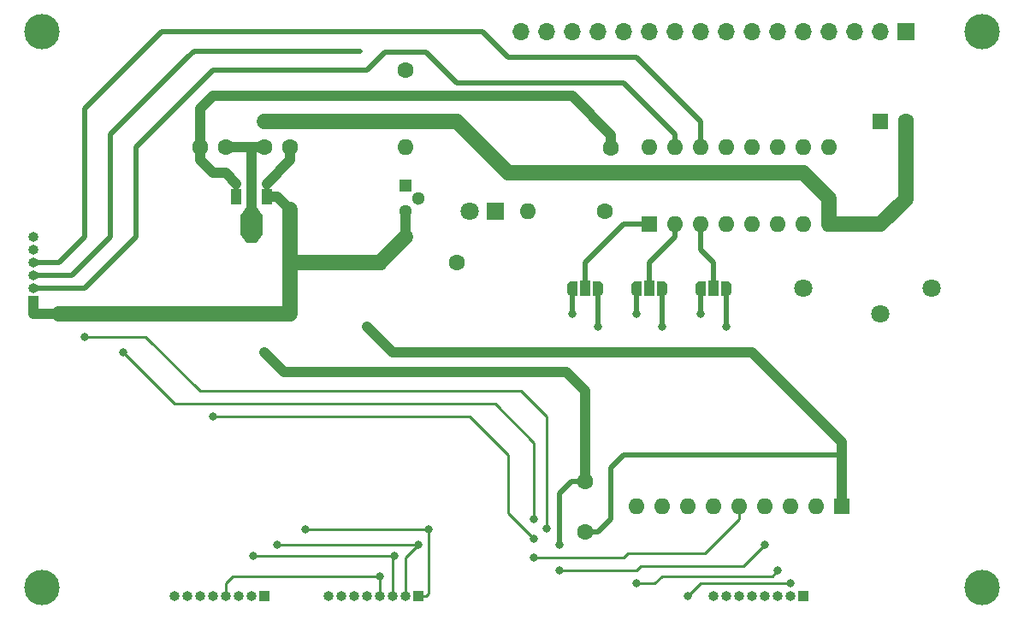
<source format=gbr>
G04 #@! TF.GenerationSoftware,KiCad,Pcbnew,5.1.3-ffb9f22~84~ubuntu16.04.1*
G04 #@! TF.CreationDate,2019-07-26T20:33:55+02:00*
G04 #@! TF.ProjectId,Raspberry-I2C-LCD-and-Keypad,52617370-6265-4727-9279-2d4932432d4c,rev?*
G04 #@! TF.SameCoordinates,Original*
G04 #@! TF.FileFunction,Copper,L1,Top*
G04 #@! TF.FilePolarity,Positive*
%FSLAX46Y46*%
G04 Gerber Fmt 4.6, Leading zero omitted, Abs format (unit mm)*
G04 Created by KiCad (PCBNEW 5.1.3-ffb9f22~84~ubuntu16.04.1) date 2019-07-26 20:33:55*
%MOMM*%
%LPD*%
G04 APERTURE LIST*
%ADD10C,1.000000*%
%ADD11C,0.100000*%
%ADD12R,2.200000X1.840000*%
%ADD13R,1.000000X1.500000*%
%ADD14R,1.000000X1.800000*%
%ADD15C,0.850000*%
%ADD16C,3.500000*%
%ADD17O,1.700000X1.700000*%
%ADD18R,1.700000X1.700000*%
%ADD19C,1.600000*%
%ADD20O,1.600000X1.600000*%
%ADD21R,1.600000X1.600000*%
%ADD22C,1.800000*%
%ADD23R,1.300000X1.300000*%
%ADD24C,1.300000*%
%ADD25C,0.500000*%
%ADD26O,1.000000X1.000000*%
%ADD27R,1.000000X1.000000*%
%ADD28R,1.800000X1.800000*%
%ADD29C,0.800000*%
%ADD30C,0.250000*%
%ADD31C,0.499872*%
%ADD32C,0.990600*%
%ADD33C,1.498600*%
G04 APERTURE END LIST*
D10*
X115570000Y-91363800D03*
D11*
G36*
X114470000Y-91863800D02*
G01*
X115170000Y-90863800D01*
X115970000Y-90863800D01*
X116670000Y-91863800D01*
X114470000Y-91863800D01*
X114470000Y-91863800D01*
G37*
D12*
X115570000Y-92773500D03*
D13*
X114070000Y-89960000D03*
D14*
X115570000Y-90106500D03*
D13*
X117070000Y-89960000D03*
D15*
X115570000Y-94107000D03*
D11*
G36*
X116670000Y-93682000D02*
G01*
X116070000Y-94532000D01*
X115070000Y-94532000D01*
X114470000Y-93682000D01*
X116670000Y-93682000D01*
X116670000Y-93682000D01*
G37*
D16*
X94840000Y-128660000D03*
X187840000Y-128660000D03*
X94840000Y-73660000D03*
X187840000Y-73660000D03*
D17*
X167640000Y-73660000D03*
X165100000Y-73660000D03*
D18*
X180340000Y-73660000D03*
D17*
X162560000Y-73660000D03*
X160020000Y-73660000D03*
X142240000Y-73660000D03*
X172720000Y-73660000D03*
X170180000Y-73660000D03*
X177800000Y-73660000D03*
X175260000Y-73660000D03*
X147320000Y-73660000D03*
X144780000Y-73660000D03*
X152400000Y-73660000D03*
X149860000Y-73660000D03*
X157480000Y-73660000D03*
X154940000Y-73660000D03*
D19*
X148590000Y-118190000D03*
X148590000Y-123190000D03*
D20*
X154940000Y-85090000D03*
X172720000Y-92710000D03*
X157480000Y-85090000D03*
X170180000Y-92710000D03*
X160020000Y-85090000D03*
X167640000Y-92710000D03*
X162560000Y-85090000D03*
X165100000Y-92710000D03*
X165100000Y-85090000D03*
X162560000Y-92710000D03*
X167640000Y-85090000D03*
X160020000Y-92710000D03*
X170180000Y-85090000D03*
X157480000Y-92710000D03*
X172720000Y-85090000D03*
D21*
X154940000Y-92710000D03*
D22*
X182880000Y-99060000D03*
X177800000Y-101600000D03*
X170180000Y-99060000D03*
D20*
X153670000Y-120650000D03*
X156210000Y-120650000D03*
X158750000Y-120650000D03*
X161290000Y-120650000D03*
X163830000Y-120650000D03*
X166370000Y-120650000D03*
X168910000Y-120650000D03*
X171450000Y-120650000D03*
D21*
X173990000Y-120650000D03*
D20*
X130810000Y-85090000D03*
D19*
X130810000Y-77470000D03*
X150495000Y-91440000D03*
D20*
X142875000Y-91440000D03*
X128270000Y-96520000D03*
D19*
X135890000Y-96520000D03*
D23*
X130810000Y-88900000D03*
D24*
X130810000Y-91440000D03*
X132080000Y-90170000D03*
D13*
X161290000Y-99060000D03*
D25*
X162590000Y-99060000D03*
D11*
G36*
X162590000Y-98310602D02*
G01*
X162614534Y-98310602D01*
X162663365Y-98315412D01*
X162711490Y-98324984D01*
X162758445Y-98339228D01*
X162803778Y-98358005D01*
X162847051Y-98381136D01*
X162887850Y-98408396D01*
X162925779Y-98439524D01*
X162960476Y-98474221D01*
X162991604Y-98512150D01*
X163018864Y-98552949D01*
X163041995Y-98596222D01*
X163060772Y-98641555D01*
X163075016Y-98688510D01*
X163084588Y-98736635D01*
X163089398Y-98785466D01*
X163089398Y-98810000D01*
X163090000Y-98810000D01*
X163090000Y-99310000D01*
X163089398Y-99310000D01*
X163089398Y-99334534D01*
X163084588Y-99383365D01*
X163075016Y-99431490D01*
X163060772Y-99478445D01*
X163041995Y-99523778D01*
X163018864Y-99567051D01*
X162991604Y-99607850D01*
X162960476Y-99645779D01*
X162925779Y-99680476D01*
X162887850Y-99711604D01*
X162847051Y-99738864D01*
X162803778Y-99761995D01*
X162758445Y-99780772D01*
X162711490Y-99795016D01*
X162663365Y-99804588D01*
X162614534Y-99809398D01*
X162590000Y-99809398D01*
X162590000Y-99810000D01*
X162040000Y-99810000D01*
X162040000Y-98310000D01*
X162590000Y-98310000D01*
X162590000Y-98310602D01*
X162590000Y-98310602D01*
G37*
D25*
X159990000Y-99060000D03*
D11*
G36*
X160540000Y-99810000D02*
G01*
X159990000Y-99810000D01*
X159990000Y-99809398D01*
X159965466Y-99809398D01*
X159916635Y-99804588D01*
X159868510Y-99795016D01*
X159821555Y-99780772D01*
X159776222Y-99761995D01*
X159732949Y-99738864D01*
X159692150Y-99711604D01*
X159654221Y-99680476D01*
X159619524Y-99645779D01*
X159588396Y-99607850D01*
X159561136Y-99567051D01*
X159538005Y-99523778D01*
X159519228Y-99478445D01*
X159504984Y-99431490D01*
X159495412Y-99383365D01*
X159490602Y-99334534D01*
X159490602Y-99310000D01*
X159490000Y-99310000D01*
X159490000Y-98810000D01*
X159490602Y-98810000D01*
X159490602Y-98785466D01*
X159495412Y-98736635D01*
X159504984Y-98688510D01*
X159519228Y-98641555D01*
X159538005Y-98596222D01*
X159561136Y-98552949D01*
X159588396Y-98512150D01*
X159619524Y-98474221D01*
X159654221Y-98439524D01*
X159692150Y-98408396D01*
X159732949Y-98381136D01*
X159776222Y-98358005D01*
X159821555Y-98339228D01*
X159868510Y-98324984D01*
X159916635Y-98315412D01*
X159965466Y-98310602D01*
X159990000Y-98310602D01*
X159990000Y-98310000D01*
X160540000Y-98310000D01*
X160540000Y-99810000D01*
X160540000Y-99810000D01*
G37*
D13*
X154940000Y-99060000D03*
D25*
X156240000Y-99060000D03*
D11*
G36*
X156240000Y-98310602D02*
G01*
X156264534Y-98310602D01*
X156313365Y-98315412D01*
X156361490Y-98324984D01*
X156408445Y-98339228D01*
X156453778Y-98358005D01*
X156497051Y-98381136D01*
X156537850Y-98408396D01*
X156575779Y-98439524D01*
X156610476Y-98474221D01*
X156641604Y-98512150D01*
X156668864Y-98552949D01*
X156691995Y-98596222D01*
X156710772Y-98641555D01*
X156725016Y-98688510D01*
X156734588Y-98736635D01*
X156739398Y-98785466D01*
X156739398Y-98810000D01*
X156740000Y-98810000D01*
X156740000Y-99310000D01*
X156739398Y-99310000D01*
X156739398Y-99334534D01*
X156734588Y-99383365D01*
X156725016Y-99431490D01*
X156710772Y-99478445D01*
X156691995Y-99523778D01*
X156668864Y-99567051D01*
X156641604Y-99607850D01*
X156610476Y-99645779D01*
X156575779Y-99680476D01*
X156537850Y-99711604D01*
X156497051Y-99738864D01*
X156453778Y-99761995D01*
X156408445Y-99780772D01*
X156361490Y-99795016D01*
X156313365Y-99804588D01*
X156264534Y-99809398D01*
X156240000Y-99809398D01*
X156240000Y-99810000D01*
X155690000Y-99810000D01*
X155690000Y-98310000D01*
X156240000Y-98310000D01*
X156240000Y-98310602D01*
X156240000Y-98310602D01*
G37*
D25*
X153640000Y-99060000D03*
D11*
G36*
X154190000Y-99810000D02*
G01*
X153640000Y-99810000D01*
X153640000Y-99809398D01*
X153615466Y-99809398D01*
X153566635Y-99804588D01*
X153518510Y-99795016D01*
X153471555Y-99780772D01*
X153426222Y-99761995D01*
X153382949Y-99738864D01*
X153342150Y-99711604D01*
X153304221Y-99680476D01*
X153269524Y-99645779D01*
X153238396Y-99607850D01*
X153211136Y-99567051D01*
X153188005Y-99523778D01*
X153169228Y-99478445D01*
X153154984Y-99431490D01*
X153145412Y-99383365D01*
X153140602Y-99334534D01*
X153140602Y-99310000D01*
X153140000Y-99310000D01*
X153140000Y-98810000D01*
X153140602Y-98810000D01*
X153140602Y-98785466D01*
X153145412Y-98736635D01*
X153154984Y-98688510D01*
X153169228Y-98641555D01*
X153188005Y-98596222D01*
X153211136Y-98552949D01*
X153238396Y-98512150D01*
X153269524Y-98474221D01*
X153304221Y-98439524D01*
X153342150Y-98408396D01*
X153382949Y-98381136D01*
X153426222Y-98358005D01*
X153471555Y-98339228D01*
X153518510Y-98324984D01*
X153566635Y-98315412D01*
X153615466Y-98310602D01*
X153640000Y-98310602D01*
X153640000Y-98310000D01*
X154190000Y-98310000D01*
X154190000Y-99810000D01*
X154190000Y-99810000D01*
G37*
D13*
X148590000Y-99060000D03*
D25*
X149890000Y-99060000D03*
D11*
G36*
X149890000Y-98310602D02*
G01*
X149914534Y-98310602D01*
X149963365Y-98315412D01*
X150011490Y-98324984D01*
X150058445Y-98339228D01*
X150103778Y-98358005D01*
X150147051Y-98381136D01*
X150187850Y-98408396D01*
X150225779Y-98439524D01*
X150260476Y-98474221D01*
X150291604Y-98512150D01*
X150318864Y-98552949D01*
X150341995Y-98596222D01*
X150360772Y-98641555D01*
X150375016Y-98688510D01*
X150384588Y-98736635D01*
X150389398Y-98785466D01*
X150389398Y-98810000D01*
X150390000Y-98810000D01*
X150390000Y-99310000D01*
X150389398Y-99310000D01*
X150389398Y-99334534D01*
X150384588Y-99383365D01*
X150375016Y-99431490D01*
X150360772Y-99478445D01*
X150341995Y-99523778D01*
X150318864Y-99567051D01*
X150291604Y-99607850D01*
X150260476Y-99645779D01*
X150225779Y-99680476D01*
X150187850Y-99711604D01*
X150147051Y-99738864D01*
X150103778Y-99761995D01*
X150058445Y-99780772D01*
X150011490Y-99795016D01*
X149963365Y-99804588D01*
X149914534Y-99809398D01*
X149890000Y-99809398D01*
X149890000Y-99810000D01*
X149340000Y-99810000D01*
X149340000Y-98310000D01*
X149890000Y-98310000D01*
X149890000Y-98310602D01*
X149890000Y-98310602D01*
G37*
D25*
X147290000Y-99060000D03*
D11*
G36*
X147840000Y-99810000D02*
G01*
X147290000Y-99810000D01*
X147290000Y-99809398D01*
X147265466Y-99809398D01*
X147216635Y-99804588D01*
X147168510Y-99795016D01*
X147121555Y-99780772D01*
X147076222Y-99761995D01*
X147032949Y-99738864D01*
X146992150Y-99711604D01*
X146954221Y-99680476D01*
X146919524Y-99645779D01*
X146888396Y-99607850D01*
X146861136Y-99567051D01*
X146838005Y-99523778D01*
X146819228Y-99478445D01*
X146804984Y-99431490D01*
X146795412Y-99383365D01*
X146790602Y-99334534D01*
X146790602Y-99310000D01*
X146790000Y-99310000D01*
X146790000Y-98810000D01*
X146790602Y-98810000D01*
X146790602Y-98785466D01*
X146795412Y-98736635D01*
X146804984Y-98688510D01*
X146819228Y-98641555D01*
X146838005Y-98596222D01*
X146861136Y-98552949D01*
X146888396Y-98512150D01*
X146919524Y-98474221D01*
X146954221Y-98439524D01*
X146992150Y-98408396D01*
X147032949Y-98381136D01*
X147076222Y-98358005D01*
X147121555Y-98339228D01*
X147168510Y-98324984D01*
X147216635Y-98315412D01*
X147265466Y-98310602D01*
X147290000Y-98310602D01*
X147290000Y-98310000D01*
X147840000Y-98310000D01*
X147840000Y-99810000D01*
X147840000Y-99810000D01*
G37*
D26*
X107950000Y-129540000D03*
X109220000Y-129540000D03*
X110490000Y-129540000D03*
X111760000Y-129540000D03*
X113030000Y-129540000D03*
X114300000Y-129540000D03*
X115570000Y-129540000D03*
D27*
X116840000Y-129540000D03*
D26*
X161290000Y-129540000D03*
X162560000Y-129540000D03*
X163830000Y-129540000D03*
X165100000Y-129540000D03*
X166370000Y-129540000D03*
X167640000Y-129540000D03*
X168910000Y-129540000D03*
D27*
X170180000Y-129540000D03*
D26*
X123190000Y-129540000D03*
X124460000Y-129540000D03*
X125730000Y-129540000D03*
X127000000Y-129540000D03*
X128270000Y-129540000D03*
X129540000Y-129540000D03*
X130810000Y-129540000D03*
D27*
X132080000Y-129540000D03*
D26*
X93980000Y-93980000D03*
X93980000Y-95250000D03*
X93980000Y-96520000D03*
X93980000Y-97790000D03*
X93980000Y-99060000D03*
D27*
X93980000Y-100330000D03*
D22*
X137160000Y-91440000D03*
D28*
X139700000Y-91440000D03*
D19*
X112990000Y-85090000D03*
X110490000Y-85090000D03*
X116880000Y-85090000D03*
X119380000Y-85090000D03*
X180300000Y-82550000D03*
D21*
X177800000Y-82550000D03*
D19*
X151130000Y-85130000D03*
X151130000Y-87630000D03*
D29*
X144780000Y-122809000D03*
X143510000Y-123825000D03*
X111760000Y-111760000D03*
X128270000Y-127584200D03*
X162590000Y-102840000D03*
X149890000Y-102840000D03*
X156210000Y-102870000D03*
X127000000Y-102870000D03*
X116840000Y-82550000D03*
X147320000Y-101600000D03*
X153670000Y-101600000D03*
X160020000Y-101600000D03*
X116840000Y-105410000D03*
X116840000Y-105410000D03*
X146050000Y-124460000D03*
X119380000Y-101600000D03*
X129708878Y-125561122D03*
X115738878Y-125561122D03*
X132080000Y-124460000D03*
X118110000Y-124460000D03*
X143510000Y-125730000D03*
X166340417Y-124460000D03*
X146050000Y-127000000D03*
X153670000Y-128270000D03*
X167640000Y-127000000D03*
X167640000Y-127000000D03*
X158750000Y-129540000D03*
X168910000Y-128270000D03*
X168910000Y-128270000D03*
X168910000Y-128270000D03*
X99031524Y-103826684D03*
X143538658Y-121891342D03*
X102870000Y-105410000D03*
X133118462Y-122901538D03*
X120938462Y-122901538D03*
D30*
X111760000Y-111760000D02*
X111760000Y-111760000D01*
X140970000Y-121285000D02*
X143510000Y-123825000D01*
X137160000Y-111760000D02*
X140970000Y-115570000D01*
X140970000Y-115570000D02*
X140970000Y-121285000D01*
X111760000Y-111760000D02*
X137160000Y-111760000D01*
D31*
X114070000Y-89960000D02*
X114070000Y-88670000D01*
D32*
X114070000Y-88670000D02*
X113030000Y-87630000D01*
X113030000Y-87630000D02*
X111760000Y-87630000D01*
X111760000Y-87630000D02*
X110490000Y-86360000D01*
X110490000Y-86360000D02*
X110490000Y-85090000D01*
X151170000Y-83860000D02*
X147320000Y-80010000D01*
X111760000Y-80010000D02*
X147280000Y-80010000D01*
X110490000Y-81280000D02*
X111760000Y-80010000D01*
X110490000Y-85090000D02*
X110490000Y-81280000D01*
X151130000Y-83900000D02*
X151130000Y-85130000D01*
D31*
X151170000Y-83860000D02*
X151130000Y-83900000D01*
X162590000Y-99060000D02*
X162590000Y-102840000D01*
X156240000Y-99060000D02*
X156240000Y-102840000D01*
X149890000Y-99060000D02*
X149890000Y-102840000D01*
X162590000Y-102840000D02*
X162590000Y-102840000D01*
D32*
X173990000Y-114300000D02*
X165100000Y-105410000D01*
X165100000Y-105410000D02*
X139700000Y-105410000D01*
X139700000Y-105410000D02*
X129540000Y-105410000D01*
X129540000Y-105410000D02*
X127000000Y-102870000D01*
X127000000Y-102870000D02*
X127000000Y-102870000D01*
D31*
X148590000Y-123190000D02*
X149860000Y-123190000D01*
X149860000Y-123190000D02*
X151130000Y-121920000D01*
X151130000Y-121920000D02*
X151130000Y-116840000D01*
X151130000Y-116840000D02*
X152400000Y-115570000D01*
X152400000Y-115570000D02*
X173990000Y-115570000D01*
D32*
X173990000Y-115570000D02*
X173990000Y-114300000D01*
X173990000Y-120650000D02*
X173990000Y-115570000D01*
D31*
X115570000Y-85090000D02*
X116880000Y-85090000D01*
D32*
X116880000Y-85090000D02*
X112990000Y-85090000D01*
D33*
X172720000Y-92710000D02*
X177800000Y-92710000D01*
X180300000Y-90210000D02*
X180300000Y-82550000D01*
X177800000Y-92710000D02*
X180300000Y-90210000D01*
X172720000Y-90170000D02*
X172720000Y-92710000D01*
X170180000Y-87630000D02*
X172720000Y-90170000D01*
X152400000Y-87630000D02*
X170180000Y-87630000D01*
X152400000Y-87630000D02*
X151130000Y-87630000D01*
X151130000Y-87630000D02*
X140970000Y-87630000D01*
X140970000Y-87630000D02*
X135890000Y-82550000D01*
X135890000Y-82550000D02*
X123190000Y-82550000D01*
X123190000Y-82550000D02*
X116840000Y-82550000D01*
X116840000Y-82550000D02*
X116840000Y-82550000D01*
D31*
X159990000Y-99060000D02*
X159990000Y-101570000D01*
X153640000Y-99060000D02*
X153640000Y-101570000D01*
X147290000Y-99060000D02*
X147290000Y-101570000D01*
D32*
X116840000Y-105410000D02*
X116840000Y-105410000D01*
X116840000Y-105410000D02*
X116840000Y-105410000D01*
X148590000Y-109220000D02*
X148590000Y-118150000D01*
X118762718Y-107332718D02*
X146702718Y-107332718D01*
X146702718Y-107332718D02*
X148590000Y-109220000D01*
X116840000Y-105410000D02*
X118762718Y-107332718D01*
D31*
X147240000Y-118190000D02*
X146050000Y-119380000D01*
X146050000Y-119380000D02*
X146050000Y-124460000D01*
X148590000Y-118190000D02*
X147240000Y-118190000D01*
D30*
X115570000Y-94107000D02*
X115570000Y-92773500D01*
X115570000Y-91363800D02*
X115570000Y-90106500D01*
D32*
X115570000Y-90106500D02*
X115570000Y-85090000D01*
X115570000Y-92773500D02*
X115570000Y-91363800D01*
D31*
X117070000Y-89960000D02*
X117070000Y-88670000D01*
D32*
X117070000Y-88670000D02*
X119380000Y-86360000D01*
D31*
X119380000Y-86360000D02*
X119380000Y-85090000D01*
D32*
X119380000Y-86360000D02*
X119380000Y-85090000D01*
X117070000Y-89960000D02*
X118069872Y-89960000D01*
X118069872Y-89960000D02*
X119380000Y-91270128D01*
D33*
X128270000Y-96520000D02*
X119380000Y-96520000D01*
X119380000Y-91270128D02*
X119380000Y-96520000D01*
X128270000Y-96520000D02*
X130810000Y-93980000D01*
D32*
X130810000Y-93980000D02*
X130810000Y-91440000D01*
D33*
X118110000Y-101600000D02*
X96520000Y-101600000D01*
X119380000Y-100330000D02*
X119380000Y-100330000D01*
X119380000Y-96520000D02*
X119380000Y-100330000D01*
X119380000Y-101600000D02*
X118110000Y-101600000D01*
X119380000Y-100330000D02*
X119380000Y-101600000D01*
D32*
X93980000Y-100330000D02*
X93980000Y-101600000D01*
X93980000Y-101600000D02*
X96520000Y-101600000D01*
D30*
X128270000Y-127585061D02*
X128268366Y-127583427D01*
X128270000Y-129540000D02*
X128270000Y-127585061D01*
X128270000Y-127584200D02*
X113715800Y-127584200D01*
X113030000Y-128270000D02*
X113030000Y-129540000D01*
X113715800Y-127584200D02*
X113030000Y-128270000D01*
X129540000Y-125730000D02*
X129708878Y-125561122D01*
X129540000Y-129540000D02*
X129540000Y-125730000D01*
X129708878Y-125561122D02*
X115738878Y-125561122D01*
X115738878Y-125561122D02*
X115738878Y-125561122D01*
X130810000Y-125730000D02*
X132080000Y-124460000D01*
X130810000Y-129540000D02*
X130810000Y-125730000D01*
X132080000Y-124460000D02*
X118110000Y-124460000D01*
X118110000Y-124460000D02*
X118110000Y-124460000D01*
X160470010Y-125279990D02*
X163830000Y-121920000D01*
X163830000Y-121920000D02*
X163830000Y-120650000D01*
X160470010Y-125279990D02*
X152850010Y-125279990D01*
X152850010Y-125279990D02*
X152400000Y-125730000D01*
X152400000Y-125730000D02*
X143510000Y-125730000D01*
X143510000Y-125730000D02*
X143510000Y-125730000D01*
X154120010Y-126549990D02*
X153670000Y-127000000D01*
X166340417Y-124460000D02*
X165100000Y-125700417D01*
X165100000Y-125700417D02*
X165100000Y-125730000D01*
X153670000Y-127000000D02*
X146050000Y-127000000D01*
X165100000Y-125730000D02*
X164280010Y-126549990D01*
X164280010Y-126549990D02*
X154120010Y-126549990D01*
X155478372Y-128270000D02*
X156209131Y-127539241D01*
X153670000Y-128270000D02*
X155478372Y-128270000D01*
X156209131Y-127539241D02*
X167100759Y-127539241D01*
X167100759Y-127539241D02*
X167640000Y-127000000D01*
X167640000Y-127000000D02*
X167640000Y-127000000D01*
X167640000Y-127000000D02*
X167640000Y-127000000D01*
X158750000Y-129540000D02*
X160020000Y-128270000D01*
X160020000Y-128270000D02*
X168910000Y-128270000D01*
X168910000Y-128270000D02*
X168910000Y-128270000D01*
X168910000Y-128270000D02*
X168910000Y-128270000D01*
X168910000Y-128270000D02*
X168910000Y-128270000D01*
D31*
X152400000Y-92710000D02*
X154940000Y-92710000D01*
X148590000Y-96520000D02*
X152400000Y-92710000D01*
X148590000Y-96520000D02*
X148590000Y-99060000D01*
X154940000Y-99060000D02*
X154940000Y-96520000D01*
X154940000Y-96520000D02*
X157480000Y-93980000D01*
X157480000Y-93980000D02*
X157480000Y-92710000D01*
X161290000Y-96520000D02*
X160020000Y-95250000D01*
X160020000Y-95250000D02*
X160020000Y-92710000D01*
X161290000Y-96520000D02*
X161290000Y-99060000D01*
X157480000Y-85090000D02*
X157480000Y-83820000D01*
X157480000Y-83820000D02*
X152400000Y-78740000D01*
X152400000Y-78740000D02*
X135890000Y-78740000D01*
X135890000Y-78740000D02*
X133350000Y-76200000D01*
X133350000Y-76200000D02*
X133326135Y-76200000D01*
X132820353Y-75694218D02*
X132812927Y-75694218D01*
X133326135Y-76200000D02*
X132820353Y-75694218D01*
X128775782Y-75694218D02*
X132820353Y-75694218D01*
X111760000Y-77470000D02*
X127000000Y-77470000D01*
X104140000Y-93980000D02*
X104140000Y-85090000D01*
X93980000Y-99060000D02*
X99060000Y-99060000D01*
X99060000Y-99060000D02*
X104140000Y-93980000D01*
X127000000Y-77470000D02*
X128775782Y-75694218D01*
X104140000Y-85090000D02*
X111760000Y-77470000D01*
D30*
X105096684Y-103826684D02*
X99031524Y-103826684D01*
X144780000Y-122504773D02*
X144780000Y-111760000D01*
X110490000Y-109220000D02*
X105096684Y-103826684D01*
X144780000Y-111760000D02*
X142240000Y-109220000D01*
X142240000Y-109220000D02*
X110490000Y-109220000D01*
X99031524Y-103826684D02*
X99031524Y-103826684D01*
D31*
X160020000Y-85090000D02*
X160020000Y-82550000D01*
X160020000Y-82550000D02*
X153670000Y-76200000D01*
X153670000Y-76200000D02*
X143510000Y-76200000D01*
X143510000Y-76200000D02*
X140970000Y-76200000D01*
X140970000Y-76200000D02*
X138430000Y-73660000D01*
X138430000Y-73660000D02*
X124460000Y-73660000D01*
X124460000Y-73660000D02*
X106680000Y-73660000D01*
X106680000Y-73660000D02*
X99060000Y-81280000D01*
X93980000Y-96520000D02*
X96520000Y-96520000D01*
X96520000Y-96520000D02*
X99060000Y-93980000D01*
X99060000Y-93980000D02*
X99060000Y-81280000D01*
D30*
X143538658Y-114328658D02*
X139700000Y-110490000D01*
X143538658Y-121891342D02*
X143538658Y-114328658D01*
X139700000Y-110490000D02*
X107950000Y-110490000D01*
X107950000Y-110490000D02*
X102870000Y-105410000D01*
X132830000Y-129540000D02*
X132080000Y-129540000D01*
X133118462Y-129251538D02*
X132830000Y-129540000D01*
X133118462Y-122901538D02*
X133118462Y-129251538D01*
X133118462Y-122901538D02*
X120938462Y-122901538D01*
X120938462Y-122901538D02*
X120938462Y-122901538D01*
D31*
X109220000Y-76190622D02*
X109862854Y-75547768D01*
X109220000Y-76200000D02*
X109220000Y-76190622D01*
X93980000Y-97790000D02*
X97790000Y-97790000D01*
X97790000Y-97790000D02*
X101600000Y-93980000D01*
X101600000Y-93980000D02*
X101600000Y-83820000D01*
X101600000Y-83820000D02*
X109220000Y-76200000D01*
X109862854Y-75547768D02*
X126347768Y-75547768D01*
M02*

</source>
